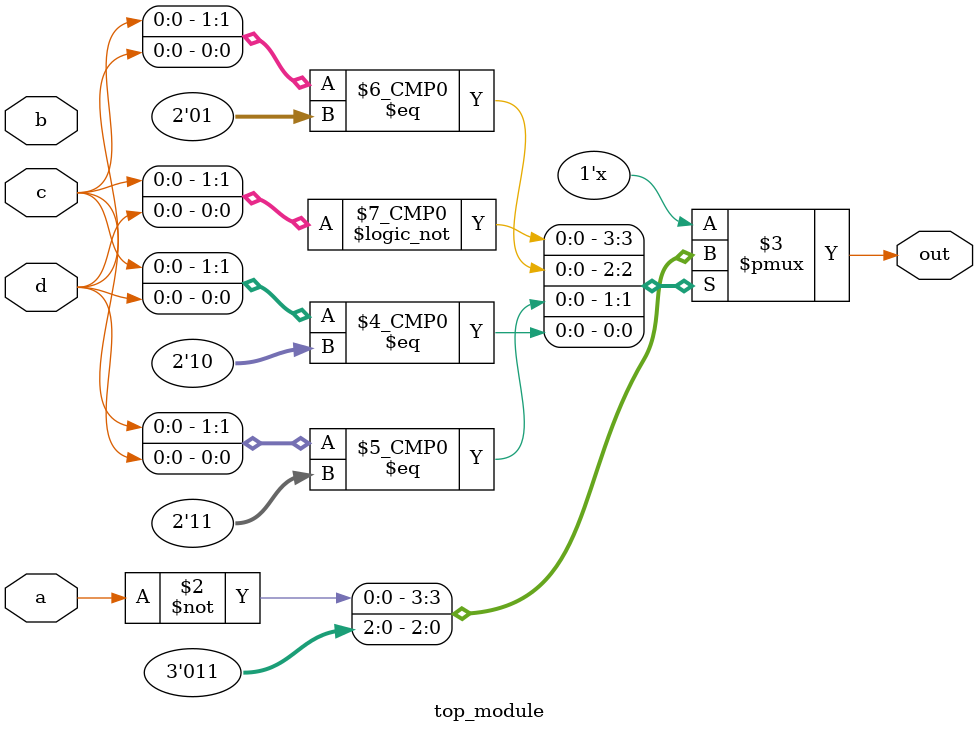
<source format=sv>
module top_module (
    input a, 
    input b,
    input c,
    input d,
    output reg out
);

always @(*) begin
    case ({c, d})
        2'b00: out = ~a;
        2'b01: out = 1'b0;
        2'b11: out = 1'b1;
        2'b10: out = 1'b1;
        default: out = 1'b1;
    endcase
end

endmodule

</source>
